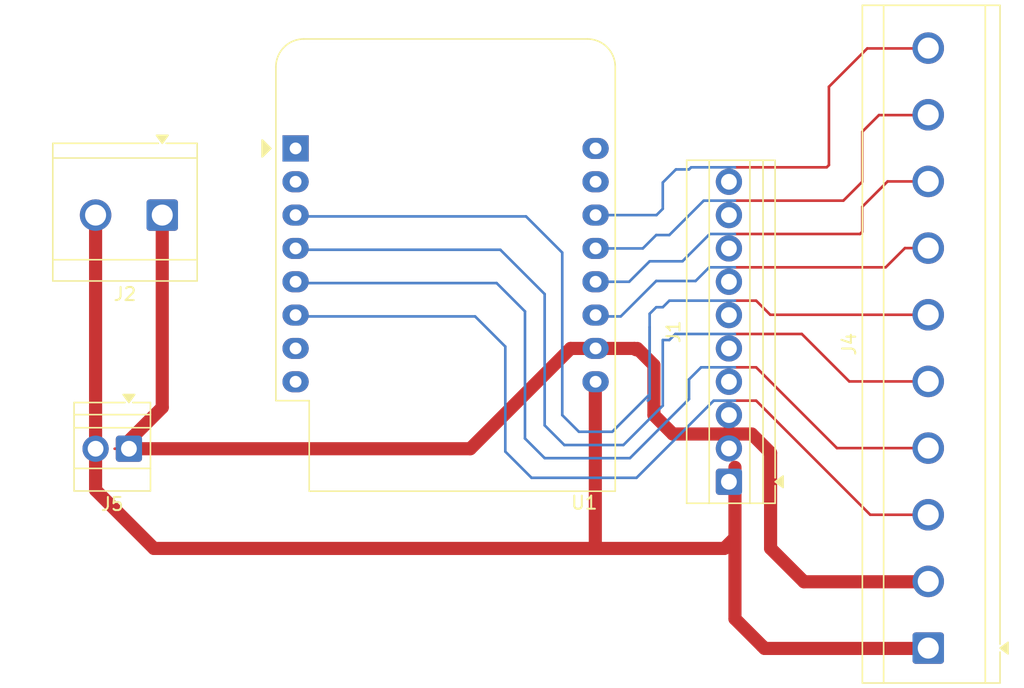
<source format=kicad_pcb>
(kicad_pcb (version 20241229) (generator "pcbnew") (generator_version "9.0")
  (layers (0 "F.Cu" signal) (2 "B.Cu" signal) (5 "F.SilkS" user "F.Silkscreen") (7 "B.SilkS" user "B.Silkscreen") (1 "F.Mask" user) (3 "B.Mask" user) (25 "Edge.Cuts" user))
  (net 0 "")
  (net 1 "/_D0")
  (net 2 "/_D6")
  (net 3 "Net-(J1-Pin_1)")
  (net 5 "/_D7")
  (net 7 "/_D4")
  (net 10 "Net-(J1-Pin_2)")
  (net 11 "/_D5")
  (net 12 "/_D2")
  (net 14 "/_D3")
  (net 15 "/_D1")
  (footprint "RF_Module:WEMOS_D1_mini_light" (layer "F.Cu") (at 33.02 25.4)
    (property "Reference" "U1" (at 22 27 0) (layer "F.SilkS"))
    (property "Value" "WEMOS_D1_mini")
    (fp_line (start -1.5 19.22) (end -1.5 -6.21) (stroke (width 0.12)) (layer "F.SilkS"))
    (fp_line (start -1.5 19.22) (end 1.04 19.22) (stroke (width 0.12)) (layer "F.SilkS"))
    (fp_line (start 1.04 19.22) (end 1.04 26.12) (stroke (width 0.12)) (layer "F.SilkS"))
    (fp_line (start 1.04 26.12) (end 24.36 26.12) (stroke (width 0.12)) (layer "F.SilkS"))
    (fp_line (start 22.24 -8.34) (end 0.63 -8.34) (stroke (width 0.12)) (layer "F.SilkS"))
    (fp_line (start 24.36 26.12) (end 24.36 -6.21) (stroke (width 0.12)) (layer "F.SilkS"))
    (fp_arc (start -1.5 -6.21) (mid -0.876137 -7.716137) (end 0.63 -8.34) (stroke (width 0.12)) (layer "F.SilkS"))
    (fp_arc (start 22.23 -8.34) (mid 23.736137 -7.716137) (end 24.36 -6.21) (stroke (width 0.12)) (layer "F.SilkS"))
    (fp_poly (pts (xy -2.54 -0.635) (xy -2.54 0.635) (xy -1.905 0)) (stroke (width 0.15)) (fill yes) (layer "F.SilkS"))
    (pad "1" thru_hole rect (at 0 0) (size 2 2) (drill 0.9) (layers "*.Cu" "*.Mask"))
    (pad "2" thru_hole oval (at 0 2.54) (size 2 1.6) (drill 0.9) (layers "*.Cu" "*.Mask"))
    (pad "3" thru_hole oval (at 0 5.08) (size 2 1.6) (drill 0.9) (layers "*.Cu" "*.Mask") (net 1 "/_D0"))
    (pad "4" thru_hole oval (at 0 7.62) (size 2 1.6) (drill 0.9) (layers "*.Cu" "*.Mask") (net 11 "/_D5"))
    (pad "5" thru_hole oval (at 0 10.16) (size 2 1.6) (drill 0.9) (layers "*.Cu" "*.Mask") (net 2 "/_D6"))
    (pad "6" thru_hole oval (at 0 12.7) (size 2 1.6) (drill 0.9) (layers "*.Cu" "*.Mask") (net 5 "/_D7"))
    (pad "7" thru_hole oval (at 0 15.24) (size 2 1.6) (drill 0.9) (layers "*.Cu" "*.Mask"))
    (pad "8" thru_hole oval (at 0 17.78) (size 2 1.6) (drill 0.9) (layers "*.Cu" "*.Mask"))
    (pad "9" thru_hole oval (at 22.86 17.78) (size 2 1.6) (drill 0.9) (layers "*.Cu" "*.Mask") (net 3 "Net-(J1-Pin_1)"))
    (pad "10" thru_hole oval (at 22.86 15.24) (size 2 1.6) (drill 0.9) (layers "*.Cu" "*.Mask") (net 10 "Net-(J1-Pin_2)"))
    (pad "11" thru_hole oval (at 22.86 12.7) (size 2 1.6) (drill 0.9) (layers "*.Cu" "*.Mask") (net 7 "/_D4"))
    (pad "12" thru_hole oval (at 22.86 10.16) (size 2 1.6) (drill 0.9) (layers "*.Cu" "*.Mask") (net 14 "/_D3"))
    (pad "13" thru_hole oval (at 22.86 7.62) (size 2 1.6) (drill 0.9) (layers "*.Cu" "*.Mask") (net 12 "/_D2"))
    (pad "14" thru_hole oval (at 22.86 5.08) (size 2 1.6) (drill 0.9) (layers "*.Cu" "*.Mask") (net 15 "/_D1"))
    (pad "15" thru_hole oval (at 22.86 2.54) (size 2 1.6) (drill 0.9) (layers "*.Cu" "*.Mask"))
    (pad "16" thru_hole oval (at 22.86 0) (size 2 1.6) (drill 0.9) (layers "*.Cu" "*.Mask"))
  )
  (footprint "TerminalBlock_CUI:TerminalBlock_CUI_TB007-508-02_1x02_P5.08mm_Horizontal" (layer "F.Cu") (at 22.86 30.48 180)
    (property "Reference" "J2" (at 2.84 -6.02 0) (layer "F.SilkS"))
    (property "Value" "Screw_Terminal_01x02")
    (fp_line (start 8.34 5.47) (end 0.3 5.47) (stroke (width 0.12)) (layer "F.SilkS"))
    (fp_line (start 8.34 -5.02) (end 8.34 5.47) (stroke (width 0.12)) (layer "F.SilkS"))
    (fp_line (start -0.3 5.47) (end -2.66 5.47) (stroke (width 0.12)) (layer "F.SilkS"))
    (fp_line (start -2.66 5.47) (end -2.66 -5.02) (stroke (width 0.12)) (layer "F.SilkS"))
    (fp_line (start -2.66 4.35) (end 8.34 4.35) (stroke (width 0.12)) (layer "F.SilkS"))
    (fp_line (start -2.66 -3.4) (end 8.34 -3.4) (stroke (width 0.12)) (layer "F.SilkS"))
    (fp_line (start -2.66 -5.02) (end 8.34 -5.02) (stroke (width 0.12)) (layer "F.SilkS"))
    (fp_poly (pts (xy 0 5.47) (xy 0.44 6.08) (xy -0.44 6.08)) (stroke (width 0.12)) (fill yes) (layer "F.SilkS"))
    (pad "1" thru_hole roundrect (at 0 0 180) (size 2.4 2.4) (drill 1.6) (layers "*.Cu" "*.Mask") (roundrect_rratio 0.104167) (net 10 "Net-(J1-Pin_2)"))
    (pad "2" thru_hole circle (at 5.08 0 180) (size 2.4 2.4) (drill 1.6) (layers "*.Cu" "*.Mask") (net 3 "Net-(J1-Pin_1)"))
  )
  (footprint "TerminalBlock:TerminalBlock_Xinya_XY308-2.54-10P_1x10_P2.54mm_Horizontal" (layer "F.Cu") (at 66.04 50.8 90)
    (property "Reference" "J1" (at 11.43 -4.22 90) (layer "F.SilkS"))
    (property "Value" "Screw_Terminal_01x10")
    (fp_line (start 24.5 -3.22) (end 24.5 3.52) (stroke (width 0.12)) (layer "F.SilkS"))
    (fp_line (start -1.64 -3.22) (end 24.5 -3.22) (stroke (width 0.12)) (layer "F.SilkS"))
    (fp_line (start -1.64 -1.5) (end 24.5 -1.5) (stroke (width 0.12)) (layer "F.SilkS"))
    (fp_line (start -1.64 1.6) (end 24.5 1.6) (stroke (width 0.12)) (layer "F.SilkS"))
    (fp_line (start -1.64 2.6) (end 24.5 2.6) (stroke (width 0.12)) (layer "F.SilkS"))
    (fp_line (start 24.5 3.52) (end 0.3 3.52) (stroke (width 0.12)) (layer "F.SilkS"))
    (fp_line (start -0.3 3.52) (end -1.64 3.52) (stroke (width 0.12)) (layer "F.SilkS"))
    (fp_line (start -1.64 3.52) (end -1.64 -3.22) (stroke (width 0.12)) (layer "F.SilkS"))
    (fp_poly (pts (xy 0 3.52) (xy 0.44 4.13) (xy -0.44 4.13)) (stroke (width 0.12)) (fill yes) (layer "F.SilkS"))
    (pad "1" thru_hole roundrect (at 0 0 90) (size 2 2) (drill 1.2) (layers "*.Cu" "*.Mask") (roundrect_rratio 0.125) (net 3 "Net-(J1-Pin_1)"))
    (pad "2" thru_hole circle (at 2.54 0 90) (size 2 2) (drill 1.2) (layers "*.Cu" "*.Mask") (net 10 "Net-(J1-Pin_2)"))
    (pad "3" thru_hole circle (at 5.08 0 90) (size 2 2) (drill 1.2) (layers "*.Cu" "*.Mask") (net 5 "/_D7"))
    (pad "4" thru_hole circle (at 7.62 0 90) (size 2 2) (drill 1.2) (layers "*.Cu" "*.Mask") (net 2 "/_D6"))
    (pad "5" thru_hole circle (at 10.16 0 90) (size 2 2) (drill 1.2) (layers "*.Cu" "*.Mask") (net 11 "/_D5"))
    (pad "6" thru_hole circle (at 12.7 0 90) (size 2 2) (drill 1.2) (layers "*.Cu" "*.Mask") (net 1 "/_D0"))
    (pad "7" thru_hole circle (at 15.24 0 90) (size 2 2) (drill 1.2) (layers "*.Cu" "*.Mask") (net 7 "/_D4"))
    (pad "8" thru_hole circle (at 17.78 0 90) (size 2 2) (drill 1.2) (layers "*.Cu" "*.Mask") (net 14 "/_D3"))
    (pad "9" thru_hole circle (at 20.32 0 90) (size 2 2) (drill 1.2) (layers "*.Cu" "*.Mask") (net 12 "/_D2"))
    (pad "10" thru_hole circle (at 22.86 0 90) (size 2 2) (drill 1.2) (layers "*.Cu" "*.Mask") (net 15 "/_D1"))
  )
  (footprint "TerminalBlock_CUI:TerminalBlock_CUI_TB007-508-10_1x10_P5.08mm_Horizontal" (layer "F.Cu") (at 81.2292 63.4746 90)
    (property "Reference" "J4" (at 23.16 -6.02 90) (layer "F.SilkS"))
    (property "Value" "Screw_Terminal_01x10")
    (fp_line (start 48.98 -5.02) (end 48.98 5.47) (stroke (width 0.12)) (layer "F.SilkS"))
    (fp_line (start -2.66 -5.02) (end 48.98 -5.02) (stroke (width 0.12)) (layer "F.SilkS"))
    (fp_line (start -2.66 -3.4) (end 48.98 -3.4) (stroke (width 0.12)) (layer "F.SilkS"))
    (fp_line (start -2.66 4.35) (end 48.98 4.35) (stroke (width 0.12)) (layer "F.SilkS"))
    (fp_line (start 48.98 5.47) (end 0.3 5.47) (stroke (width 0.12)) (layer "F.SilkS"))
    (fp_line (start -0.3 5.47) (end -2.66 5.47) (stroke (width 0.12)) (layer "F.SilkS"))
    (fp_line (start -2.66 5.47) (end -2.66 -5.02) (stroke (width 0.12)) (layer "F.SilkS"))
    (fp_poly (pts (xy 0 5.47) (xy 0.44 6.08) (xy -0.44 6.08)) (stroke (width 0.12)) (fill yes) (layer "F.SilkS"))
    (pad "1" thru_hole roundrect (at 0 0 90) (size 2.4 2.4) (drill 1.6) (layers "*.Cu" "*.Mask") (roundrect_rratio 0.104167) (net 3 "Net-(J1-Pin_1)"))
    (pad "2" thru_hole circle (at 5.08 0 90) (size 2.4 2.4) (drill 1.6) (layers "*.Cu" "*.Mask") (net 10 "Net-(J1-Pin_2)"))
    (pad "3" thru_hole circle (at 10.16 0 90) (size 2.4 2.4) (drill 1.6) (layers "*.Cu" "*.Mask") (net 5 "/_D7"))
    (pad "4" thru_hole circle (at 15.24 0 90) (size 2.4 2.4) (drill 1.6) (layers "*.Cu" "*.Mask") (net 2 "/_D6"))
    (pad "5" thru_hole circle (at 20.32 0 90) (size 2.4 2.4) (drill 1.6) (layers "*.Cu" "*.Mask") (net 11 "/_D5"))
    (pad "6" thru_hole circle (at 25.4 0 90) (size 2.4 2.4) (drill 1.6) (layers "*.Cu" "*.Mask") (net 1 "/_D0"))
    (pad "7" thru_hole circle (at 30.48 0 90) (size 2.4 2.4) (drill 1.6) (layers "*.Cu" "*.Mask") (net 7 "/_D4"))
    (pad "8" thru_hole circle (at 35.56 0 90) (size 2.4 2.4) (drill 1.6) (layers "*.Cu" "*.Mask") (net 14 "/_D3"))
    (pad "9" thru_hole circle (at 40.64 0 90) (size 2.4 2.4) (drill 1.6) (layers "*.Cu" "*.Mask") (net 12 "/_D2"))
    (pad "10" thru_hole circle (at 45.72 0 90) (size 2.4 2.4) (drill 1.6) (layers "*.Cu" "*.Mask") (net 15 "/_D1"))
  )
  (footprint "TerminalBlock:TerminalBlock_Xinya_XY308-2.54-2P_1x02_P2.54mm_Horizontal" (layer "F.Cu") (at 20.32 48.2825 180)
    (property "Reference" "J5" (at 1.27 -4.22 0) (layer "F.SilkS"))
    (property "Value" "Screw_Terminal_01x02")
    (fp_line (start 4.18 3.52) (end 0.3 3.52) (stroke (width 0.12)) (layer "F.SilkS"))
    (fp_line (start 4.18 -3.22) (end 4.18 3.52) (stroke (width 0.12)) (layer "F.SilkS"))
    (fp_line (start -0.3 3.52) (end -1.64 3.52) (stroke (width 0.12)) (layer "F.SilkS"))
    (fp_line (start -1.64 3.52) (end -1.64 -3.22) (stroke (width 0.12)) (layer "F.SilkS"))
    (fp_line (start -1.64 2.6) (end 4.18 2.6) (stroke (width 0.12)) (layer "F.SilkS"))
    (fp_line (start -1.64 1.6) (end 4.18 1.6) (stroke (width 0.12)) (layer "F.SilkS"))
    (fp_line (start -1.64 -1.5) (end 4.18 -1.5) (stroke (width 0.12)) (layer "F.SilkS"))
    (fp_line (start -1.64 -3.22) (end 4.18 -3.22) (stroke (width 0.12)) (layer "F.SilkS"))
    (fp_poly (pts (xy 0 3.52) (xy 0.44 4.13) (xy -0.44 4.13)) (stroke (width 0.12)) (fill yes) (layer "F.SilkS"))
    (pad "1" thru_hole roundrect (at 0 0 180) (size 2 2) (drill 1.2) (layers "*.Cu" "*.Mask") (roundrect_rratio 0.125) (net 10 "Net-(J1-Pin_2)"))
    (pad "2" thru_hole circle (at 2.54 0 180) (size 2 2) (drill 1.2) (layers "*.Cu" "*.Mask") (net 3 "Net-(J1-Pin_1)"))
  )
  (segment (start 69.1896 38.0746) (end 81.2292 38.0746) (width 0.2) (layer "F.Cu") (net 1))
  (segment (start 66.5 37) (end 68.115 37) (width 0.2) (layer "F.Cu") (net 1))
  (segment (start 68.115 37) (end 69.1896 38.0746) (width 0.2) (layer "F.Cu") (net 1))
  (segment (start 60 44.48) (end 59.86 44.62) (width 0.2) (layer "B.Cu") (net 1))
  (segment (start 57.15 46.99) (end 60 44.14) (width 0.2) (layer "B.Cu") (net 1))
  (segment (start 53.34 45.72) (end 54.61 46.99) (width 0.2) (layer "B.Cu") (net 1))
  (segment (start 60 38) (end 60.5 37.5) (width 0.2) (layer "B.Cu") (net 1))
  (segment (start 53.34 33.34) (end 53.34 45.72) (width 0.2) (layer "B.Cu") (net 1))
  (segment (start 60 39) (end 60 38) (width 0.2) (layer "B.Cu") (net 1))
  (segment (start 61.5 37) (end 66.5 37) (width 0.2) (layer "B.Cu") (net 1))
  (segment (start 61 37.5) (end 61.5 37) (width 0.2) (layer "B.Cu") (net 1))
  (segment (start 50.58 30.58) (end 53.34 33.34) (width 0.2) (layer "B.Cu") (net 1))
  (segment (start 54.61 46.99) (end 57.15 46.99) (width 0.2) (layer "B.Cu") (net 1))
  (segment (start 60.5 37.5) (end 61 37.5) (width 0.2) (layer "B.Cu") (net 1))
  (segment (start 33 30.58) (end 50.58 30.58) (width 0.2) (layer "B.Cu") (net 1))
  (segment (start 60 39) (end 60 44.48) (width 0.2) (layer "B.Cu") (net 1))
  (segment (start 60 44.14) (end 60 39) (width 0.2) (layer "B.Cu") (net 1))
  (segment (start 66.5 42.08) (end 68.115 42.08) (width 0.2) (layer "F.Cu") (net 2))
  (segment (start 74.2696 48.2346) (end 81.2292 48.2346) (width 0.2) (layer "F.Cu") (net 2))
  (segment (start 68.115 42.08) (end 74.2696 48.2346) (width 0.2) (layer "F.Cu") (net 2))
  (segment (start 33 35.66) (end 48.34 35.66) (width 0.2) (layer "B.Cu") (net 2))
  (segment (start 58.5 49) (end 63 44.5) (width 0.2) (layer "B.Cu") (net 2))
  (segment (start 63 43) (end 63.92 42.08) (width 0.2) (layer "B.Cu") (net 2))
  (segment (start 50.5 47.5) (end 52 49) (width 0.2) (layer "B.Cu") (net 2))
  (segment (start 63.92 42.08) (end 66.5 42.08) (width 0.2) (layer "B.Cu") (net 2))
  (segment (start 50.5 37.82) (end 50.5 47.5) (width 0.2) (layer "B.Cu") (net 2))
  (segment (start 52 49) (end 58.5 49) (width 0.2) (layer "B.Cu") (net 2))
  (segment (start 48.34 35.66) (end 50.5 37.82) (width 0.2) (layer "B.Cu") (net 2))
  (segment (start 63 44.5) (end 63 43) (width 0.2) (layer "B.Cu") (net 2))
  (segment (start 55.86 43.28) (end 55.86 55.86) (width 1) (layer "F.Cu") (net 3))
  (segment (start 68.58 63.3222) (end 66.5 61.2422) (width 1) (layer "F.Cu") (net 3))
  (segment (start 55.86 55.86) (end 55.88 55.88) (width 0.2) (layer "F.Cu") (net 3))
  (segment (start 65.69 55.88) (end 66.5 55.07) (width 1) (layer "F.Cu") (net 3))
  (segment (start 81.2038 63.5) (end 81.2292 63.4746) (width 1) (layer "F.Cu") (net 3))
  (segment (start 66.5 61.2422) (end 66.5 55.07) (width 1) (layer "F.Cu") (net 3))
  (segment (start 17.78 30.48) (end 17.78 48.2825) (width 1) (layer "F.Cu") (net 3))
  (segment (start 68.7578 63.5) (end 81.2038 63.5) (width 1) (layer "F.Cu") (net 3))
  (segment (start 68.58 63.3222) (end 68.7578 63.5) (width 1) (layer "F.Cu") (net 3))
  (segment (start 66.5 55.07) (end 66.5 49.7) (width 1) (layer "F.Cu") (net 3))
  (segment (start 17.78 48.2825) (end 17.78 51.435) (width 1) (layer "F.Cu") (net 3))
  (segment (start 17.78 51.435) (end 22.225 55.88) (width 1) (layer "F.Cu") (net 3))
  (segment (start 55.88 55.88) (end 65.69 55.88) (width 1) (layer "F.Cu") (net 3))
  (segment (start 22.225 55.88) (end 55.88 55.88) (width 1) (layer "F.Cu") (net 3))
  (segment (start 68.115 44.62) (end 76.8096 53.3146) (width 0.2) (layer "F.Cu") (net 5))
  (segment (start 76.8096 53.3146) (end 81.2292 53.3146) (width 0.2) (layer "F.Cu") (net 5))
  (segment (start 66.5 44.62) (end 68.115 44.62) (width 0.2) (layer "F.Cu") (net 5))
  (segment (start 64.88 44.62) (end 66.5 44.62) (width 0.2) (layer "B.Cu") (net 5))
  (segment (start 59 50.5) (end 64.88 44.62) (width 0.2) (layer "B.Cu") (net 5))
  (segment (start 49 48.5) (end 51 50.5) (width 0.2) (layer "B.Cu") (net 5))
  (segment (start 33 38.2) (end 46.7 38.2) (width 0.2) (layer "B.Cu") (net 5))
  (segment (start 46.7 38.2) (end 49 40.5) (width 0.2) (layer "B.Cu") (net 5))
  (segment (start 51 50.5) (end 59 50.5) (width 0.2) (layer "B.Cu") (net 5))
  (segment (start 49 40.5) (end 49 48.5) (width 0.2) (layer "B.Cu") (net 5))
  (segment (start 79.4512 32.9946) (end 81.2292 32.9946) (width 0.2) (layer "F.Cu") (net 7))
  (segment (start 66.5 34.46) (end 77.9858 34.46) (width 0.2) (layer "F.Cu") (net 7))
  (segment (start 77.9858 34.46) (end 79.4512 32.9946) (width 0.2) (layer "F.Cu") (net 7))
  (segment (start 57.8 38.2) (end 60.5 35.5) (width 0.2) (layer "B.Cu") (net 7))
  (segment (start 60.5 35.5) (end 63.5 35.5) (width 0.2) (layer "B.Cu") (net 7))
  (segment (start 55.98 38.2) (end 57.8 38.2) (width 0.2) (layer "B.Cu") (net 7))
  (segment (start 55.88 38.1) (end 55.98 38.2) (width 0.2) (layer "B.Cu") (net 7))
  (segment (start 63.5 35.5) (end 64.54 34.46) (width 0.2) (layer "B.Cu") (net 7))
  (segment (start 64.54 34.46) (end 66.5 34.46) (width 0.2) (layer "B.Cu") (net 7))
  (segment (start 55.88 40.64) (end 55.76 40.64) (width 1) (layer "F.Cu") (net 10))
  (segment (start 59.055 40.64) (end 60.325 41.91) (width 1) (layer "F.Cu") (net 10))
  (segment (start 67.775 47.16) (end 69.215 48.6) (width 1) (layer "F.Cu") (net 10))
  (segment (start 69.215 48.6) (end 69.215 55.88) (width 1) (layer "F.Cu") (net 10))
  (segment (start 71.755 58.42) (end 81.2038 58.42) (width 1) (layer "F.Cu") (net 10))
  (segment (start 81.2038 58.42) (end 81.2292 58.3946) (width 1) (layer "F.Cu") (net 10))
  (segment (start 53.975 40.64) (end 55.88 40.64) (width 1) (layer "F.Cu") (net 10))
  (segment (start 60.325 45.72) (end 61.765 47.16) (width 1) (layer "F.Cu") (net 10))
  (segment (start 22.86 30.48) (end 22.86 45.14) (width 1) (layer "F.Cu") (net 10))
  (segment (start 20.32 47.68) (end 20.32 48.2825) (width 1) (layer "F.Cu") (net 10))
  (segment (start 55.76 40.64) (end 55.86 40.74) (width 0.2) (layer "F.Cu") (net 10))
  (segment (start 20.32 48.2825) (end 46.3325 48.2825) (width 1) (layer "F.Cu") (net 10))
  (segment (start 22 48.0575) (end 21.775 48.2825) (width 0.2) (layer "F.Cu") (net 10))
  (segment (start 46.3325 48.2825) (end 53.975 40.64) (width 1) (layer "F.Cu") (net 10))
  (segment (start 22.86 45.14) (end 20.32 47.68) (width 1) (layer "F.Cu") (net 10))
  (segment (start 55.86 40.74) (end 55.96 40.64) (width 1) (layer "F.Cu") (net 10))
  (segment (start 60.325 41.91) (end 60.325 45.72) (width 1) (layer "F.Cu") (net 10))
  (segment (start 61.765 47.16) (end 67.775 47.16) (width 1) (layer "F.Cu") (net 10))
  (segment (start 58.855 40.64) (end 58.955 40.74) (width 1) (layer "F.Cu") (net 10))
  (segment (start 58.955 40.74) (end 59.055 40.64) (width 0.2) (layer "F.Cu") (net 10))
  (segment (start 19.46 48.2825) (end 19.235 48.2825) (width 0.2) (layer "F.Cu") (net 10))
  (segment (start 55.96 40.64) (end 58.855 40.64) (width 1) (layer "F.Cu") (net 10))
  (segment (start 69.215 55.88) (end 71.755 58.42) (width 1) (layer "F.Cu") (net 10))
  (segment (start 66.5 39.54) (end 71.5948 39.54) (width 0.2) (layer "F.Cu") (net 11))
  (segment (start 71.5948 39.54) (end 75.2094 43.1546) (width 0.2) (layer "F.Cu") (net 11))
  (segment (start 75.2094 43.1546) (end 81.2292 43.1546) (width 0.2) (layer "F.Cu") (net 11))
  (segment (start 61 45) (end 61 40) (width 0.2) (layer "B.Cu") (net 11))
  (segment (start 48.62 33.12) (end 52 36.5) (width 0.2) (layer "B.Cu") (net 11))
  (segment (start 33 33.12) (end 48.62 33.12) (width 0.2) (layer "B.Cu") (net 11))
  (segment (start 58 48) (end 61 45) (width 0.2) (layer "B.Cu") (net 11))
  (segment (start 61 40) (end 61.5 40) (width 0.2) (layer "B.Cu") (net 11))
  (segment (start 61.5 40) (end 61.96 39.54) (width 0.2) (layer "B.Cu") (net 11))
  (segment (start 53.5 48) (end 58 48) (width 0.2) (layer "B.Cu") (net 11))
  (segment (start 61.96 39.54) (end 66.5 39.54) (width 0.2) (layer "B.Cu") (net 11))
  (segment (start 52 36.5) (end 52 46.5) (width 0.2) (layer "B.Cu") (net 11))
  (segment (start 52 46.5) (end 53.5 48) (width 0.2) (layer "B.Cu") (net 11))
  (segment (start 76.2 27.94) (end 76.2 24.13) (width 0.2) (layer "F.Cu") (net 12))
  (segment (start 81.2038 22.86) (end 81.2292 22.8346) (width 0.2) (layer "F.Cu") (net 12))
  (segment (start 74.76 29.38) (end 76.2 27.94) (width 0.2) (layer "F.Cu") (net 12))
  (segment (start 66.5 29.38) (end 74.76 29.38) (width 0.2) (layer "F.Cu") (net 12))
  (segment (start 77.47 22.86) (end 81.2038 22.86) (width 0.2) (layer "F.Cu") (net 12))
  (segment (start 76.2 24.13) (end 77.47 22.86) (width 0.2) (layer "F.Cu") (net 12))
  (segment (start 59.48 33.02) (end 60.5 32) (width 0.2) (layer "B.Cu") (net 12))
  (segment (start 64.12 29.38) (end 66.5 29.38) (width 0.2) (layer "B.Cu") (net 12))
  (segment (start 61.5 32) (end 64.12 29.38) (width 0.2) (layer "B.Cu") (net 12))
  (segment (start 55.96 33.02) (end 59.48 33.02) (width 0.2) (layer "B.Cu") (net 12))
  (segment (start 60.5 32) (end 61.5 32) (width 0.2) (layer "B.Cu") (net 12))
  (segment (start 55.86 33.12) (end 55.96 33.02) (width 0.2) (layer "B.Cu") (net 12))
  (segment (start 76.2 31.75) (end 76.2 29.845) (width 0.2) (layer "F.Cu") (net 14))
  (segment (start 76.03 31.92) (end 76.2 31.75) (width 0.2) (layer "F.Cu") (net 14))
  (segment (start 66.5 31.92) (end 76.03 31.92) (width 0.2) (layer "F.Cu") (net 14))
  (segment (start 76.2 29.845) (end 78.1304 27.9146) (width 0.2) (layer "F.Cu") (net 14))
  (segment (start 78.1304 27.9146) (end 81.2292 27.9146) (width 0.2) (layer "F.Cu") (net 14))
  (segment (start 55.86 35.58) (end 55.88 35.56) (width 0.2) (layer "B.Cu") (net 14))
  (segment (start 62.5 34) (end 64.58 31.92) (width 0.2) (layer "B.Cu") (net 14))
  (segment (start 60 34) (end 62.5 34) (width 0.2) (layer "B.Cu") (net 14))
  (segment (start 55.86 35.66) (end 55.86 35.58) (width 0.2) (layer "B.Cu") (net 14))
  (segment (start 55.88 35.56) (end 58.44 35.56) (width 0.2) (layer "B.Cu") (net 14))
  (segment (start 64.58 31.92) (end 66.5 31.92) (width 0.2) (layer "B.Cu") (net 14))
  (segment (start 58.44 35.56) (end 60 34) (width 0.2) (layer "B.Cu") (net 14))
  (segment (start 66.5 26.84) (end 73.49 26.84) (width 0.2) (layer "F.Cu") (net 15))
  (segment (start 80.5122 17.7546) (end 81.2292 17.7546) (width 0.2) (layer "F.Cu") (net 15))
  (segment (start 80.4868 17.78) (end 80.5122 17.7546) (width 0.2) (layer "F.Cu") (net 15))
  (segment (start 76.581 17.78) (end 80.4868 17.78) (width 0.2) (layer "F.Cu") (net 15))
  (segment (start 73.49 26.84) (end 73.66 26.67) (width 0.2) (layer "F.Cu") (net 15))
  (segment (start 73.66 20.701) (end 76.581 17.78) (width 0.2) (layer "F.Cu") (net 15))
  (segment (start 73.66 26.67) (end 73.66 20.701) (width 0.2) (layer "F.Cu") (net 15))
  (segment (start 62 27) (end 63 27) (width 0.2) (layer "B.Cu") (net 15))
  (segment (start 55.86 30.58) (end 55.96 30.48) (width 0.2) (layer "B.Cu") (net 15))
  (segment (start 63 27) (end 63.16 26.84) (width 0.2) (layer "B.Cu") (net 15))
  (segment (start 61 30) (end 61 28) (width 0.2) (layer "B.Cu") (net 15))
  (segment (start 61 28) (end 62 27) (width 0.2) (layer "B.Cu") (net 15))
  (segment (start 60.52 30.48) (end 61 30) (width 0.2) (layer "B.Cu") (net 15))
  (segment (start 55.96 30.48) (end 60.52 30.48) (width 0.2) (layer "B.Cu") (net 15))
  (segment (start 63.16 26.84) (end 66.5 26.84) (width 0.2) (layer "B.Cu") (net 15))
)
</source>
